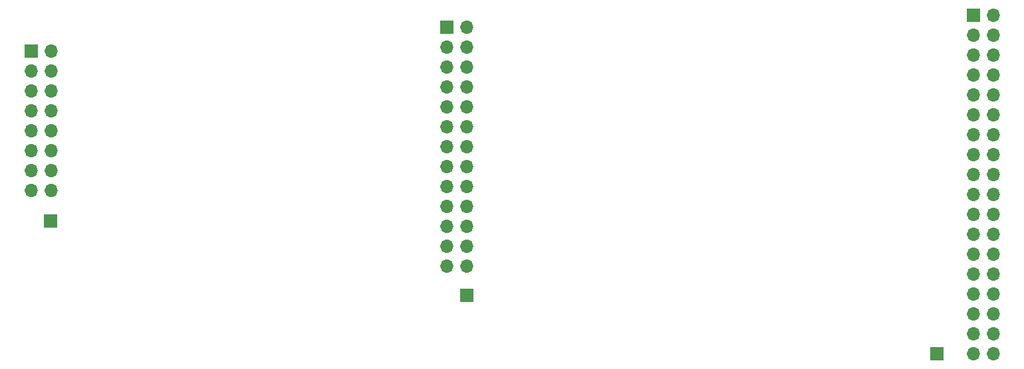
<source format=gbs>
%TF.GenerationSoftware,KiCad,Pcbnew,(6.0.2)*%
%TF.CreationDate,2023-03-09T16:35:16+09:00*%
%TF.ProjectId,pixel_array_study,70697865-6c5f-4617-9272-61795f737475,rev?*%
%TF.SameCoordinates,Original*%
%TF.FileFunction,Soldermask,Bot*%
%TF.FilePolarity,Negative*%
%FSLAX46Y46*%
G04 Gerber Fmt 4.6, Leading zero omitted, Abs format (unit mm)*
G04 Created by KiCad (PCBNEW (6.0.2)) date 2023-03-09 16:35:16*
%MOMM*%
%LPD*%
G01*
G04 APERTURE LIST*
%ADD10R,1.700000X1.700000*%
%ADD11O,1.700000X1.700000*%
G04 APERTURE END LIST*
D10*
%TO.C,J8*%
X144000000Y-60200000D03*
%TD*%
%TO.C,J10*%
X203800000Y-67600000D03*
%TD*%
%TO.C,J9*%
X208460000Y-24425000D03*
D11*
X211000000Y-24425000D03*
X208460000Y-26965000D03*
X211000000Y-26965000D03*
X208460000Y-29505000D03*
X211000000Y-29505000D03*
X208460000Y-32045000D03*
X211000000Y-32045000D03*
X208460000Y-34585000D03*
X211000000Y-34585000D03*
X208460000Y-37125000D03*
X211000000Y-37125000D03*
X208460000Y-39665000D03*
X211000000Y-39665000D03*
X208460000Y-42205000D03*
X211000000Y-42205000D03*
X208460000Y-44745000D03*
X211000000Y-44745000D03*
X208460000Y-47285000D03*
X211000000Y-47285000D03*
X208460000Y-49825000D03*
X211000000Y-49825000D03*
X208460000Y-52365000D03*
X211000000Y-52365000D03*
X208460000Y-54905000D03*
X211000000Y-54905000D03*
X208460000Y-57445000D03*
X211000000Y-57445000D03*
X208460000Y-59985000D03*
X211000000Y-59985000D03*
X208460000Y-62525000D03*
X211000000Y-62525000D03*
X208460000Y-65065000D03*
X211000000Y-65065000D03*
X208460000Y-67605000D03*
X211000000Y-67605000D03*
%TD*%
%TO.C,J7*%
X144000000Y-56480000D03*
X141460000Y-56480000D03*
X144000000Y-53940000D03*
X141460000Y-53940000D03*
X144000000Y-51400000D03*
X141460000Y-51400000D03*
X144000000Y-48860000D03*
X141460000Y-48860000D03*
X144000000Y-46320000D03*
X141460000Y-46320000D03*
X144000000Y-43780000D03*
X141460000Y-43780000D03*
X144000000Y-41240000D03*
X141460000Y-41240000D03*
X144000000Y-38700000D03*
X141460000Y-38700000D03*
X144000000Y-36160000D03*
X141460000Y-36160000D03*
X144000000Y-33620000D03*
X141460000Y-33620000D03*
X144000000Y-31080000D03*
X141460000Y-31080000D03*
X144000000Y-28540000D03*
X141460000Y-28540000D03*
X144000000Y-26000000D03*
D10*
X141460000Y-26000000D03*
%TD*%
%TO.C,J6*%
X91000000Y-50700000D03*
%TD*%
%TO.C,J5*%
X88500000Y-29000000D03*
D11*
X91040000Y-29000000D03*
X88500000Y-31540000D03*
X91040000Y-31540000D03*
X88500000Y-34080000D03*
X91040000Y-34080000D03*
X88500000Y-36620000D03*
X91040000Y-36620000D03*
X88500000Y-39160000D03*
X91040000Y-39160000D03*
X88500000Y-41700000D03*
X91040000Y-41700000D03*
X88500000Y-44240000D03*
X91040000Y-44240000D03*
X88500000Y-46780000D03*
X91040000Y-46780000D03*
%TD*%
M02*

</source>
